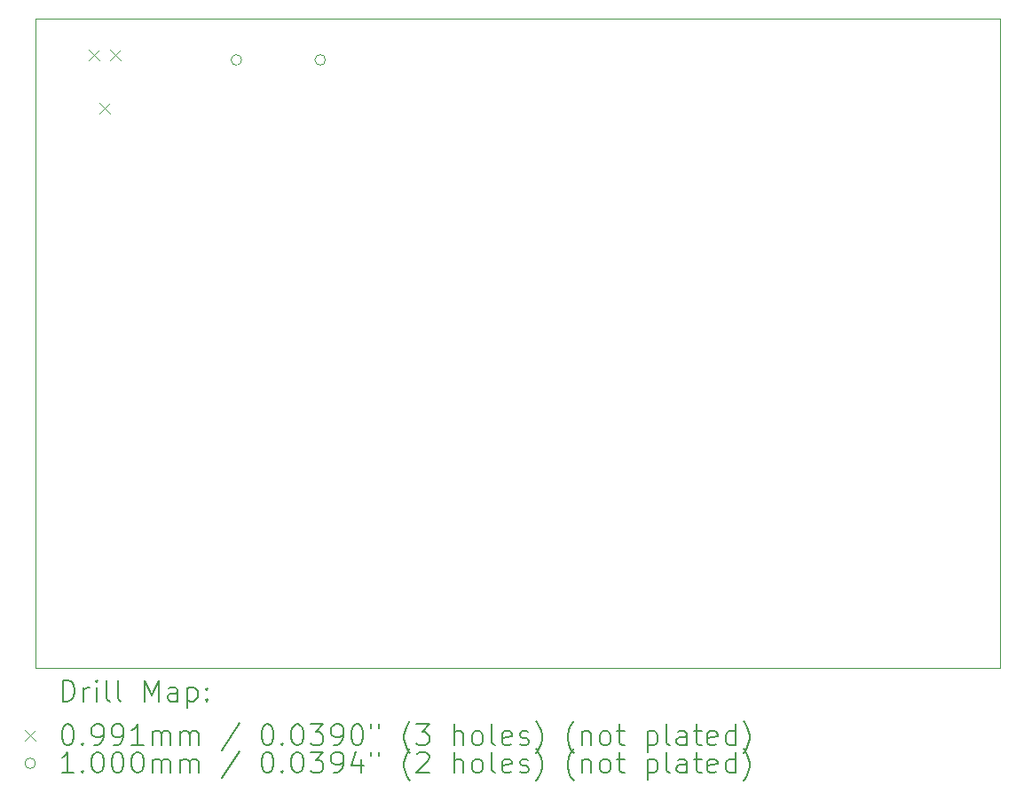
<source format=gbr>
%TF.GenerationSoftware,KiCad,Pcbnew,8.0.4*%
%TF.CreationDate,2024-08-22T20:54:47+02:00*%
%TF.ProjectId,Controller,436f6e74-726f-46c6-9c65-722e6b696361,v0*%
%TF.SameCoordinates,Original*%
%TF.FileFunction,Drillmap*%
%TF.FilePolarity,Positive*%
%FSLAX45Y45*%
G04 Gerber Fmt 4.5, Leading zero omitted, Abs format (unit mm)*
G04 Created by KiCad (PCBNEW 8.0.4) date 2024-08-22 20:54:47*
%MOMM*%
%LPD*%
G01*
G04 APERTURE LIST*
%ADD10C,0.050000*%
%ADD11C,0.200000*%
%ADD12C,0.100000*%
G04 APERTURE END LIST*
D10*
X15800000Y-5000000D02*
X25000000Y-5000000D01*
X25000000Y-11200000D01*
X15800000Y-11200000D01*
X15800000Y-5000000D01*
D11*
D12*
X16305370Y-5296470D02*
X16404430Y-5395530D01*
X16404430Y-5296470D02*
X16305370Y-5395530D01*
X16406970Y-5804470D02*
X16506030Y-5903530D01*
X16506030Y-5804470D02*
X16406970Y-5903530D01*
X16508570Y-5296470D02*
X16607630Y-5395530D01*
X16607630Y-5296470D02*
X16508570Y-5395530D01*
X17765000Y-5392500D02*
G75*
G02*
X17665000Y-5392500I-50000J0D01*
G01*
X17665000Y-5392500D02*
G75*
G02*
X17765000Y-5392500I50000J0D01*
G01*
X18565000Y-5392500D02*
G75*
G02*
X18465000Y-5392500I-50000J0D01*
G01*
X18465000Y-5392500D02*
G75*
G02*
X18565000Y-5392500I50000J0D01*
G01*
D11*
X16058277Y-11513984D02*
X16058277Y-11313984D01*
X16058277Y-11313984D02*
X16105896Y-11313984D01*
X16105896Y-11313984D02*
X16134467Y-11323508D01*
X16134467Y-11323508D02*
X16153515Y-11342555D01*
X16153515Y-11342555D02*
X16163039Y-11361603D01*
X16163039Y-11361603D02*
X16172562Y-11399698D01*
X16172562Y-11399698D02*
X16172562Y-11428269D01*
X16172562Y-11428269D02*
X16163039Y-11466365D01*
X16163039Y-11466365D02*
X16153515Y-11485412D01*
X16153515Y-11485412D02*
X16134467Y-11504460D01*
X16134467Y-11504460D02*
X16105896Y-11513984D01*
X16105896Y-11513984D02*
X16058277Y-11513984D01*
X16258277Y-11513984D02*
X16258277Y-11380650D01*
X16258277Y-11418746D02*
X16267801Y-11399698D01*
X16267801Y-11399698D02*
X16277324Y-11390174D01*
X16277324Y-11390174D02*
X16296372Y-11380650D01*
X16296372Y-11380650D02*
X16315420Y-11380650D01*
X16382086Y-11513984D02*
X16382086Y-11380650D01*
X16382086Y-11313984D02*
X16372562Y-11323508D01*
X16372562Y-11323508D02*
X16382086Y-11333031D01*
X16382086Y-11333031D02*
X16391610Y-11323508D01*
X16391610Y-11323508D02*
X16382086Y-11313984D01*
X16382086Y-11313984D02*
X16382086Y-11333031D01*
X16505896Y-11513984D02*
X16486848Y-11504460D01*
X16486848Y-11504460D02*
X16477324Y-11485412D01*
X16477324Y-11485412D02*
X16477324Y-11313984D01*
X16610658Y-11513984D02*
X16591610Y-11504460D01*
X16591610Y-11504460D02*
X16582086Y-11485412D01*
X16582086Y-11485412D02*
X16582086Y-11313984D01*
X16839229Y-11513984D02*
X16839229Y-11313984D01*
X16839229Y-11313984D02*
X16905896Y-11456841D01*
X16905896Y-11456841D02*
X16972563Y-11313984D01*
X16972563Y-11313984D02*
X16972563Y-11513984D01*
X17153515Y-11513984D02*
X17153515Y-11409222D01*
X17153515Y-11409222D02*
X17143991Y-11390174D01*
X17143991Y-11390174D02*
X17124944Y-11380650D01*
X17124944Y-11380650D02*
X17086848Y-11380650D01*
X17086848Y-11380650D02*
X17067801Y-11390174D01*
X17153515Y-11504460D02*
X17134467Y-11513984D01*
X17134467Y-11513984D02*
X17086848Y-11513984D01*
X17086848Y-11513984D02*
X17067801Y-11504460D01*
X17067801Y-11504460D02*
X17058277Y-11485412D01*
X17058277Y-11485412D02*
X17058277Y-11466365D01*
X17058277Y-11466365D02*
X17067801Y-11447317D01*
X17067801Y-11447317D02*
X17086848Y-11437793D01*
X17086848Y-11437793D02*
X17134467Y-11437793D01*
X17134467Y-11437793D02*
X17153515Y-11428269D01*
X17248753Y-11380650D02*
X17248753Y-11580650D01*
X17248753Y-11390174D02*
X17267801Y-11380650D01*
X17267801Y-11380650D02*
X17305896Y-11380650D01*
X17305896Y-11380650D02*
X17324944Y-11390174D01*
X17324944Y-11390174D02*
X17334467Y-11399698D01*
X17334467Y-11399698D02*
X17343991Y-11418746D01*
X17343991Y-11418746D02*
X17343991Y-11475888D01*
X17343991Y-11475888D02*
X17334467Y-11494936D01*
X17334467Y-11494936D02*
X17324944Y-11504460D01*
X17324944Y-11504460D02*
X17305896Y-11513984D01*
X17305896Y-11513984D02*
X17267801Y-11513984D01*
X17267801Y-11513984D02*
X17248753Y-11504460D01*
X17429705Y-11494936D02*
X17439229Y-11504460D01*
X17439229Y-11504460D02*
X17429705Y-11513984D01*
X17429705Y-11513984D02*
X17420182Y-11504460D01*
X17420182Y-11504460D02*
X17429705Y-11494936D01*
X17429705Y-11494936D02*
X17429705Y-11513984D01*
X17429705Y-11390174D02*
X17439229Y-11399698D01*
X17439229Y-11399698D02*
X17429705Y-11409222D01*
X17429705Y-11409222D02*
X17420182Y-11399698D01*
X17420182Y-11399698D02*
X17429705Y-11390174D01*
X17429705Y-11390174D02*
X17429705Y-11409222D01*
D12*
X15698440Y-11792970D02*
X15797500Y-11892030D01*
X15797500Y-11792970D02*
X15698440Y-11892030D01*
D11*
X16096372Y-11733984D02*
X16115420Y-11733984D01*
X16115420Y-11733984D02*
X16134467Y-11743508D01*
X16134467Y-11743508D02*
X16143991Y-11753031D01*
X16143991Y-11753031D02*
X16153515Y-11772079D01*
X16153515Y-11772079D02*
X16163039Y-11810174D01*
X16163039Y-11810174D02*
X16163039Y-11857793D01*
X16163039Y-11857793D02*
X16153515Y-11895888D01*
X16153515Y-11895888D02*
X16143991Y-11914936D01*
X16143991Y-11914936D02*
X16134467Y-11924460D01*
X16134467Y-11924460D02*
X16115420Y-11933984D01*
X16115420Y-11933984D02*
X16096372Y-11933984D01*
X16096372Y-11933984D02*
X16077324Y-11924460D01*
X16077324Y-11924460D02*
X16067801Y-11914936D01*
X16067801Y-11914936D02*
X16058277Y-11895888D01*
X16058277Y-11895888D02*
X16048753Y-11857793D01*
X16048753Y-11857793D02*
X16048753Y-11810174D01*
X16048753Y-11810174D02*
X16058277Y-11772079D01*
X16058277Y-11772079D02*
X16067801Y-11753031D01*
X16067801Y-11753031D02*
X16077324Y-11743508D01*
X16077324Y-11743508D02*
X16096372Y-11733984D01*
X16248753Y-11914936D02*
X16258277Y-11924460D01*
X16258277Y-11924460D02*
X16248753Y-11933984D01*
X16248753Y-11933984D02*
X16239229Y-11924460D01*
X16239229Y-11924460D02*
X16248753Y-11914936D01*
X16248753Y-11914936D02*
X16248753Y-11933984D01*
X16353515Y-11933984D02*
X16391610Y-11933984D01*
X16391610Y-11933984D02*
X16410658Y-11924460D01*
X16410658Y-11924460D02*
X16420182Y-11914936D01*
X16420182Y-11914936D02*
X16439229Y-11886365D01*
X16439229Y-11886365D02*
X16448753Y-11848269D01*
X16448753Y-11848269D02*
X16448753Y-11772079D01*
X16448753Y-11772079D02*
X16439229Y-11753031D01*
X16439229Y-11753031D02*
X16429705Y-11743508D01*
X16429705Y-11743508D02*
X16410658Y-11733984D01*
X16410658Y-11733984D02*
X16372562Y-11733984D01*
X16372562Y-11733984D02*
X16353515Y-11743508D01*
X16353515Y-11743508D02*
X16343991Y-11753031D01*
X16343991Y-11753031D02*
X16334467Y-11772079D01*
X16334467Y-11772079D02*
X16334467Y-11819698D01*
X16334467Y-11819698D02*
X16343991Y-11838746D01*
X16343991Y-11838746D02*
X16353515Y-11848269D01*
X16353515Y-11848269D02*
X16372562Y-11857793D01*
X16372562Y-11857793D02*
X16410658Y-11857793D01*
X16410658Y-11857793D02*
X16429705Y-11848269D01*
X16429705Y-11848269D02*
X16439229Y-11838746D01*
X16439229Y-11838746D02*
X16448753Y-11819698D01*
X16543991Y-11933984D02*
X16582086Y-11933984D01*
X16582086Y-11933984D02*
X16601134Y-11924460D01*
X16601134Y-11924460D02*
X16610658Y-11914936D01*
X16610658Y-11914936D02*
X16629705Y-11886365D01*
X16629705Y-11886365D02*
X16639229Y-11848269D01*
X16639229Y-11848269D02*
X16639229Y-11772079D01*
X16639229Y-11772079D02*
X16629705Y-11753031D01*
X16629705Y-11753031D02*
X16620182Y-11743508D01*
X16620182Y-11743508D02*
X16601134Y-11733984D01*
X16601134Y-11733984D02*
X16563039Y-11733984D01*
X16563039Y-11733984D02*
X16543991Y-11743508D01*
X16543991Y-11743508D02*
X16534467Y-11753031D01*
X16534467Y-11753031D02*
X16524943Y-11772079D01*
X16524943Y-11772079D02*
X16524943Y-11819698D01*
X16524943Y-11819698D02*
X16534467Y-11838746D01*
X16534467Y-11838746D02*
X16543991Y-11848269D01*
X16543991Y-11848269D02*
X16563039Y-11857793D01*
X16563039Y-11857793D02*
X16601134Y-11857793D01*
X16601134Y-11857793D02*
X16620182Y-11848269D01*
X16620182Y-11848269D02*
X16629705Y-11838746D01*
X16629705Y-11838746D02*
X16639229Y-11819698D01*
X16829705Y-11933984D02*
X16715420Y-11933984D01*
X16772562Y-11933984D02*
X16772562Y-11733984D01*
X16772562Y-11733984D02*
X16753515Y-11762555D01*
X16753515Y-11762555D02*
X16734467Y-11781603D01*
X16734467Y-11781603D02*
X16715420Y-11791127D01*
X16915420Y-11933984D02*
X16915420Y-11800650D01*
X16915420Y-11819698D02*
X16924944Y-11810174D01*
X16924944Y-11810174D02*
X16943991Y-11800650D01*
X16943991Y-11800650D02*
X16972563Y-11800650D01*
X16972563Y-11800650D02*
X16991610Y-11810174D01*
X16991610Y-11810174D02*
X17001134Y-11829222D01*
X17001134Y-11829222D02*
X17001134Y-11933984D01*
X17001134Y-11829222D02*
X17010658Y-11810174D01*
X17010658Y-11810174D02*
X17029705Y-11800650D01*
X17029705Y-11800650D02*
X17058277Y-11800650D01*
X17058277Y-11800650D02*
X17077325Y-11810174D01*
X17077325Y-11810174D02*
X17086848Y-11829222D01*
X17086848Y-11829222D02*
X17086848Y-11933984D01*
X17182086Y-11933984D02*
X17182086Y-11800650D01*
X17182086Y-11819698D02*
X17191610Y-11810174D01*
X17191610Y-11810174D02*
X17210658Y-11800650D01*
X17210658Y-11800650D02*
X17239229Y-11800650D01*
X17239229Y-11800650D02*
X17258277Y-11810174D01*
X17258277Y-11810174D02*
X17267801Y-11829222D01*
X17267801Y-11829222D02*
X17267801Y-11933984D01*
X17267801Y-11829222D02*
X17277325Y-11810174D01*
X17277325Y-11810174D02*
X17296372Y-11800650D01*
X17296372Y-11800650D02*
X17324944Y-11800650D01*
X17324944Y-11800650D02*
X17343991Y-11810174D01*
X17343991Y-11810174D02*
X17353515Y-11829222D01*
X17353515Y-11829222D02*
X17353515Y-11933984D01*
X17743991Y-11724460D02*
X17572563Y-11981603D01*
X18001134Y-11733984D02*
X18020182Y-11733984D01*
X18020182Y-11733984D02*
X18039229Y-11743508D01*
X18039229Y-11743508D02*
X18048753Y-11753031D01*
X18048753Y-11753031D02*
X18058277Y-11772079D01*
X18058277Y-11772079D02*
X18067801Y-11810174D01*
X18067801Y-11810174D02*
X18067801Y-11857793D01*
X18067801Y-11857793D02*
X18058277Y-11895888D01*
X18058277Y-11895888D02*
X18048753Y-11914936D01*
X18048753Y-11914936D02*
X18039229Y-11924460D01*
X18039229Y-11924460D02*
X18020182Y-11933984D01*
X18020182Y-11933984D02*
X18001134Y-11933984D01*
X18001134Y-11933984D02*
X17982087Y-11924460D01*
X17982087Y-11924460D02*
X17972563Y-11914936D01*
X17972563Y-11914936D02*
X17963039Y-11895888D01*
X17963039Y-11895888D02*
X17953515Y-11857793D01*
X17953515Y-11857793D02*
X17953515Y-11810174D01*
X17953515Y-11810174D02*
X17963039Y-11772079D01*
X17963039Y-11772079D02*
X17972563Y-11753031D01*
X17972563Y-11753031D02*
X17982087Y-11743508D01*
X17982087Y-11743508D02*
X18001134Y-11733984D01*
X18153515Y-11914936D02*
X18163039Y-11924460D01*
X18163039Y-11924460D02*
X18153515Y-11933984D01*
X18153515Y-11933984D02*
X18143991Y-11924460D01*
X18143991Y-11924460D02*
X18153515Y-11914936D01*
X18153515Y-11914936D02*
X18153515Y-11933984D01*
X18286848Y-11733984D02*
X18305896Y-11733984D01*
X18305896Y-11733984D02*
X18324944Y-11743508D01*
X18324944Y-11743508D02*
X18334468Y-11753031D01*
X18334468Y-11753031D02*
X18343991Y-11772079D01*
X18343991Y-11772079D02*
X18353515Y-11810174D01*
X18353515Y-11810174D02*
X18353515Y-11857793D01*
X18353515Y-11857793D02*
X18343991Y-11895888D01*
X18343991Y-11895888D02*
X18334468Y-11914936D01*
X18334468Y-11914936D02*
X18324944Y-11924460D01*
X18324944Y-11924460D02*
X18305896Y-11933984D01*
X18305896Y-11933984D02*
X18286848Y-11933984D01*
X18286848Y-11933984D02*
X18267801Y-11924460D01*
X18267801Y-11924460D02*
X18258277Y-11914936D01*
X18258277Y-11914936D02*
X18248753Y-11895888D01*
X18248753Y-11895888D02*
X18239229Y-11857793D01*
X18239229Y-11857793D02*
X18239229Y-11810174D01*
X18239229Y-11810174D02*
X18248753Y-11772079D01*
X18248753Y-11772079D02*
X18258277Y-11753031D01*
X18258277Y-11753031D02*
X18267801Y-11743508D01*
X18267801Y-11743508D02*
X18286848Y-11733984D01*
X18420182Y-11733984D02*
X18543991Y-11733984D01*
X18543991Y-11733984D02*
X18477325Y-11810174D01*
X18477325Y-11810174D02*
X18505896Y-11810174D01*
X18505896Y-11810174D02*
X18524944Y-11819698D01*
X18524944Y-11819698D02*
X18534468Y-11829222D01*
X18534468Y-11829222D02*
X18543991Y-11848269D01*
X18543991Y-11848269D02*
X18543991Y-11895888D01*
X18543991Y-11895888D02*
X18534468Y-11914936D01*
X18534468Y-11914936D02*
X18524944Y-11924460D01*
X18524944Y-11924460D02*
X18505896Y-11933984D01*
X18505896Y-11933984D02*
X18448753Y-11933984D01*
X18448753Y-11933984D02*
X18429706Y-11924460D01*
X18429706Y-11924460D02*
X18420182Y-11914936D01*
X18639229Y-11933984D02*
X18677325Y-11933984D01*
X18677325Y-11933984D02*
X18696372Y-11924460D01*
X18696372Y-11924460D02*
X18705896Y-11914936D01*
X18705896Y-11914936D02*
X18724944Y-11886365D01*
X18724944Y-11886365D02*
X18734468Y-11848269D01*
X18734468Y-11848269D02*
X18734468Y-11772079D01*
X18734468Y-11772079D02*
X18724944Y-11753031D01*
X18724944Y-11753031D02*
X18715420Y-11743508D01*
X18715420Y-11743508D02*
X18696372Y-11733984D01*
X18696372Y-11733984D02*
X18658277Y-11733984D01*
X18658277Y-11733984D02*
X18639229Y-11743508D01*
X18639229Y-11743508D02*
X18629706Y-11753031D01*
X18629706Y-11753031D02*
X18620182Y-11772079D01*
X18620182Y-11772079D02*
X18620182Y-11819698D01*
X18620182Y-11819698D02*
X18629706Y-11838746D01*
X18629706Y-11838746D02*
X18639229Y-11848269D01*
X18639229Y-11848269D02*
X18658277Y-11857793D01*
X18658277Y-11857793D02*
X18696372Y-11857793D01*
X18696372Y-11857793D02*
X18715420Y-11848269D01*
X18715420Y-11848269D02*
X18724944Y-11838746D01*
X18724944Y-11838746D02*
X18734468Y-11819698D01*
X18858277Y-11733984D02*
X18877325Y-11733984D01*
X18877325Y-11733984D02*
X18896372Y-11743508D01*
X18896372Y-11743508D02*
X18905896Y-11753031D01*
X18905896Y-11753031D02*
X18915420Y-11772079D01*
X18915420Y-11772079D02*
X18924944Y-11810174D01*
X18924944Y-11810174D02*
X18924944Y-11857793D01*
X18924944Y-11857793D02*
X18915420Y-11895888D01*
X18915420Y-11895888D02*
X18905896Y-11914936D01*
X18905896Y-11914936D02*
X18896372Y-11924460D01*
X18896372Y-11924460D02*
X18877325Y-11933984D01*
X18877325Y-11933984D02*
X18858277Y-11933984D01*
X18858277Y-11933984D02*
X18839229Y-11924460D01*
X18839229Y-11924460D02*
X18829706Y-11914936D01*
X18829706Y-11914936D02*
X18820182Y-11895888D01*
X18820182Y-11895888D02*
X18810658Y-11857793D01*
X18810658Y-11857793D02*
X18810658Y-11810174D01*
X18810658Y-11810174D02*
X18820182Y-11772079D01*
X18820182Y-11772079D02*
X18829706Y-11753031D01*
X18829706Y-11753031D02*
X18839229Y-11743508D01*
X18839229Y-11743508D02*
X18858277Y-11733984D01*
X19001134Y-11733984D02*
X19001134Y-11772079D01*
X19077325Y-11733984D02*
X19077325Y-11772079D01*
X19372563Y-12010174D02*
X19363039Y-12000650D01*
X19363039Y-12000650D02*
X19343991Y-11972079D01*
X19343991Y-11972079D02*
X19334468Y-11953031D01*
X19334468Y-11953031D02*
X19324944Y-11924460D01*
X19324944Y-11924460D02*
X19315420Y-11876841D01*
X19315420Y-11876841D02*
X19315420Y-11838746D01*
X19315420Y-11838746D02*
X19324944Y-11791127D01*
X19324944Y-11791127D02*
X19334468Y-11762555D01*
X19334468Y-11762555D02*
X19343991Y-11743508D01*
X19343991Y-11743508D02*
X19363039Y-11714936D01*
X19363039Y-11714936D02*
X19372563Y-11705412D01*
X19429706Y-11733984D02*
X19553515Y-11733984D01*
X19553515Y-11733984D02*
X19486849Y-11810174D01*
X19486849Y-11810174D02*
X19515420Y-11810174D01*
X19515420Y-11810174D02*
X19534468Y-11819698D01*
X19534468Y-11819698D02*
X19543991Y-11829222D01*
X19543991Y-11829222D02*
X19553515Y-11848269D01*
X19553515Y-11848269D02*
X19553515Y-11895888D01*
X19553515Y-11895888D02*
X19543991Y-11914936D01*
X19543991Y-11914936D02*
X19534468Y-11924460D01*
X19534468Y-11924460D02*
X19515420Y-11933984D01*
X19515420Y-11933984D02*
X19458277Y-11933984D01*
X19458277Y-11933984D02*
X19439230Y-11924460D01*
X19439230Y-11924460D02*
X19429706Y-11914936D01*
X19791611Y-11933984D02*
X19791611Y-11733984D01*
X19877325Y-11933984D02*
X19877325Y-11829222D01*
X19877325Y-11829222D02*
X19867801Y-11810174D01*
X19867801Y-11810174D02*
X19848753Y-11800650D01*
X19848753Y-11800650D02*
X19820182Y-11800650D01*
X19820182Y-11800650D02*
X19801134Y-11810174D01*
X19801134Y-11810174D02*
X19791611Y-11819698D01*
X20001134Y-11933984D02*
X19982087Y-11924460D01*
X19982087Y-11924460D02*
X19972563Y-11914936D01*
X19972563Y-11914936D02*
X19963039Y-11895888D01*
X19963039Y-11895888D02*
X19963039Y-11838746D01*
X19963039Y-11838746D02*
X19972563Y-11819698D01*
X19972563Y-11819698D02*
X19982087Y-11810174D01*
X19982087Y-11810174D02*
X20001134Y-11800650D01*
X20001134Y-11800650D02*
X20029706Y-11800650D01*
X20029706Y-11800650D02*
X20048753Y-11810174D01*
X20048753Y-11810174D02*
X20058277Y-11819698D01*
X20058277Y-11819698D02*
X20067801Y-11838746D01*
X20067801Y-11838746D02*
X20067801Y-11895888D01*
X20067801Y-11895888D02*
X20058277Y-11914936D01*
X20058277Y-11914936D02*
X20048753Y-11924460D01*
X20048753Y-11924460D02*
X20029706Y-11933984D01*
X20029706Y-11933984D02*
X20001134Y-11933984D01*
X20182087Y-11933984D02*
X20163039Y-11924460D01*
X20163039Y-11924460D02*
X20153515Y-11905412D01*
X20153515Y-11905412D02*
X20153515Y-11733984D01*
X20334468Y-11924460D02*
X20315420Y-11933984D01*
X20315420Y-11933984D02*
X20277325Y-11933984D01*
X20277325Y-11933984D02*
X20258277Y-11924460D01*
X20258277Y-11924460D02*
X20248753Y-11905412D01*
X20248753Y-11905412D02*
X20248753Y-11829222D01*
X20248753Y-11829222D02*
X20258277Y-11810174D01*
X20258277Y-11810174D02*
X20277325Y-11800650D01*
X20277325Y-11800650D02*
X20315420Y-11800650D01*
X20315420Y-11800650D02*
X20334468Y-11810174D01*
X20334468Y-11810174D02*
X20343992Y-11829222D01*
X20343992Y-11829222D02*
X20343992Y-11848269D01*
X20343992Y-11848269D02*
X20248753Y-11867317D01*
X20420182Y-11924460D02*
X20439230Y-11933984D01*
X20439230Y-11933984D02*
X20477325Y-11933984D01*
X20477325Y-11933984D02*
X20496373Y-11924460D01*
X20496373Y-11924460D02*
X20505896Y-11905412D01*
X20505896Y-11905412D02*
X20505896Y-11895888D01*
X20505896Y-11895888D02*
X20496373Y-11876841D01*
X20496373Y-11876841D02*
X20477325Y-11867317D01*
X20477325Y-11867317D02*
X20448753Y-11867317D01*
X20448753Y-11867317D02*
X20429706Y-11857793D01*
X20429706Y-11857793D02*
X20420182Y-11838746D01*
X20420182Y-11838746D02*
X20420182Y-11829222D01*
X20420182Y-11829222D02*
X20429706Y-11810174D01*
X20429706Y-11810174D02*
X20448753Y-11800650D01*
X20448753Y-11800650D02*
X20477325Y-11800650D01*
X20477325Y-11800650D02*
X20496373Y-11810174D01*
X20572563Y-12010174D02*
X20582087Y-12000650D01*
X20582087Y-12000650D02*
X20601134Y-11972079D01*
X20601134Y-11972079D02*
X20610658Y-11953031D01*
X20610658Y-11953031D02*
X20620182Y-11924460D01*
X20620182Y-11924460D02*
X20629706Y-11876841D01*
X20629706Y-11876841D02*
X20629706Y-11838746D01*
X20629706Y-11838746D02*
X20620182Y-11791127D01*
X20620182Y-11791127D02*
X20610658Y-11762555D01*
X20610658Y-11762555D02*
X20601134Y-11743508D01*
X20601134Y-11743508D02*
X20582087Y-11714936D01*
X20582087Y-11714936D02*
X20572563Y-11705412D01*
X20934468Y-12010174D02*
X20924944Y-12000650D01*
X20924944Y-12000650D02*
X20905896Y-11972079D01*
X20905896Y-11972079D02*
X20896373Y-11953031D01*
X20896373Y-11953031D02*
X20886849Y-11924460D01*
X20886849Y-11924460D02*
X20877325Y-11876841D01*
X20877325Y-11876841D02*
X20877325Y-11838746D01*
X20877325Y-11838746D02*
X20886849Y-11791127D01*
X20886849Y-11791127D02*
X20896373Y-11762555D01*
X20896373Y-11762555D02*
X20905896Y-11743508D01*
X20905896Y-11743508D02*
X20924944Y-11714936D01*
X20924944Y-11714936D02*
X20934468Y-11705412D01*
X21010658Y-11800650D02*
X21010658Y-11933984D01*
X21010658Y-11819698D02*
X21020182Y-11810174D01*
X21020182Y-11810174D02*
X21039230Y-11800650D01*
X21039230Y-11800650D02*
X21067801Y-11800650D01*
X21067801Y-11800650D02*
X21086849Y-11810174D01*
X21086849Y-11810174D02*
X21096373Y-11829222D01*
X21096373Y-11829222D02*
X21096373Y-11933984D01*
X21220182Y-11933984D02*
X21201134Y-11924460D01*
X21201134Y-11924460D02*
X21191611Y-11914936D01*
X21191611Y-11914936D02*
X21182087Y-11895888D01*
X21182087Y-11895888D02*
X21182087Y-11838746D01*
X21182087Y-11838746D02*
X21191611Y-11819698D01*
X21191611Y-11819698D02*
X21201134Y-11810174D01*
X21201134Y-11810174D02*
X21220182Y-11800650D01*
X21220182Y-11800650D02*
X21248754Y-11800650D01*
X21248754Y-11800650D02*
X21267801Y-11810174D01*
X21267801Y-11810174D02*
X21277325Y-11819698D01*
X21277325Y-11819698D02*
X21286849Y-11838746D01*
X21286849Y-11838746D02*
X21286849Y-11895888D01*
X21286849Y-11895888D02*
X21277325Y-11914936D01*
X21277325Y-11914936D02*
X21267801Y-11924460D01*
X21267801Y-11924460D02*
X21248754Y-11933984D01*
X21248754Y-11933984D02*
X21220182Y-11933984D01*
X21343992Y-11800650D02*
X21420182Y-11800650D01*
X21372563Y-11733984D02*
X21372563Y-11905412D01*
X21372563Y-11905412D02*
X21382087Y-11924460D01*
X21382087Y-11924460D02*
X21401134Y-11933984D01*
X21401134Y-11933984D02*
X21420182Y-11933984D01*
X21639230Y-11800650D02*
X21639230Y-12000650D01*
X21639230Y-11810174D02*
X21658277Y-11800650D01*
X21658277Y-11800650D02*
X21696373Y-11800650D01*
X21696373Y-11800650D02*
X21715420Y-11810174D01*
X21715420Y-11810174D02*
X21724944Y-11819698D01*
X21724944Y-11819698D02*
X21734468Y-11838746D01*
X21734468Y-11838746D02*
X21734468Y-11895888D01*
X21734468Y-11895888D02*
X21724944Y-11914936D01*
X21724944Y-11914936D02*
X21715420Y-11924460D01*
X21715420Y-11924460D02*
X21696373Y-11933984D01*
X21696373Y-11933984D02*
X21658277Y-11933984D01*
X21658277Y-11933984D02*
X21639230Y-11924460D01*
X21848754Y-11933984D02*
X21829706Y-11924460D01*
X21829706Y-11924460D02*
X21820182Y-11905412D01*
X21820182Y-11905412D02*
X21820182Y-11733984D01*
X22010658Y-11933984D02*
X22010658Y-11829222D01*
X22010658Y-11829222D02*
X22001135Y-11810174D01*
X22001135Y-11810174D02*
X21982087Y-11800650D01*
X21982087Y-11800650D02*
X21943992Y-11800650D01*
X21943992Y-11800650D02*
X21924944Y-11810174D01*
X22010658Y-11924460D02*
X21991611Y-11933984D01*
X21991611Y-11933984D02*
X21943992Y-11933984D01*
X21943992Y-11933984D02*
X21924944Y-11924460D01*
X21924944Y-11924460D02*
X21915420Y-11905412D01*
X21915420Y-11905412D02*
X21915420Y-11886365D01*
X21915420Y-11886365D02*
X21924944Y-11867317D01*
X21924944Y-11867317D02*
X21943992Y-11857793D01*
X21943992Y-11857793D02*
X21991611Y-11857793D01*
X21991611Y-11857793D02*
X22010658Y-11848269D01*
X22077325Y-11800650D02*
X22153515Y-11800650D01*
X22105896Y-11733984D02*
X22105896Y-11905412D01*
X22105896Y-11905412D02*
X22115420Y-11924460D01*
X22115420Y-11924460D02*
X22134468Y-11933984D01*
X22134468Y-11933984D02*
X22153515Y-11933984D01*
X22296373Y-11924460D02*
X22277325Y-11933984D01*
X22277325Y-11933984D02*
X22239230Y-11933984D01*
X22239230Y-11933984D02*
X22220182Y-11924460D01*
X22220182Y-11924460D02*
X22210658Y-11905412D01*
X22210658Y-11905412D02*
X22210658Y-11829222D01*
X22210658Y-11829222D02*
X22220182Y-11810174D01*
X22220182Y-11810174D02*
X22239230Y-11800650D01*
X22239230Y-11800650D02*
X22277325Y-11800650D01*
X22277325Y-11800650D02*
X22296373Y-11810174D01*
X22296373Y-11810174D02*
X22305896Y-11829222D01*
X22305896Y-11829222D02*
X22305896Y-11848269D01*
X22305896Y-11848269D02*
X22210658Y-11867317D01*
X22477325Y-11933984D02*
X22477325Y-11733984D01*
X22477325Y-11924460D02*
X22458277Y-11933984D01*
X22458277Y-11933984D02*
X22420182Y-11933984D01*
X22420182Y-11933984D02*
X22401134Y-11924460D01*
X22401134Y-11924460D02*
X22391611Y-11914936D01*
X22391611Y-11914936D02*
X22382087Y-11895888D01*
X22382087Y-11895888D02*
X22382087Y-11838746D01*
X22382087Y-11838746D02*
X22391611Y-11819698D01*
X22391611Y-11819698D02*
X22401134Y-11810174D01*
X22401134Y-11810174D02*
X22420182Y-11800650D01*
X22420182Y-11800650D02*
X22458277Y-11800650D01*
X22458277Y-11800650D02*
X22477325Y-11810174D01*
X22553515Y-12010174D02*
X22563039Y-12000650D01*
X22563039Y-12000650D02*
X22582087Y-11972079D01*
X22582087Y-11972079D02*
X22591611Y-11953031D01*
X22591611Y-11953031D02*
X22601134Y-11924460D01*
X22601134Y-11924460D02*
X22610658Y-11876841D01*
X22610658Y-11876841D02*
X22610658Y-11838746D01*
X22610658Y-11838746D02*
X22601134Y-11791127D01*
X22601134Y-11791127D02*
X22591611Y-11762555D01*
X22591611Y-11762555D02*
X22582087Y-11743508D01*
X22582087Y-11743508D02*
X22563039Y-11714936D01*
X22563039Y-11714936D02*
X22553515Y-11705412D01*
D12*
X15797500Y-12106500D02*
G75*
G02*
X15697500Y-12106500I-50000J0D01*
G01*
X15697500Y-12106500D02*
G75*
G02*
X15797500Y-12106500I50000J0D01*
G01*
D11*
X16163039Y-12197984D02*
X16048753Y-12197984D01*
X16105896Y-12197984D02*
X16105896Y-11997984D01*
X16105896Y-11997984D02*
X16086848Y-12026555D01*
X16086848Y-12026555D02*
X16067801Y-12045603D01*
X16067801Y-12045603D02*
X16048753Y-12055127D01*
X16248753Y-12178936D02*
X16258277Y-12188460D01*
X16258277Y-12188460D02*
X16248753Y-12197984D01*
X16248753Y-12197984D02*
X16239229Y-12188460D01*
X16239229Y-12188460D02*
X16248753Y-12178936D01*
X16248753Y-12178936D02*
X16248753Y-12197984D01*
X16382086Y-11997984D02*
X16401134Y-11997984D01*
X16401134Y-11997984D02*
X16420182Y-12007508D01*
X16420182Y-12007508D02*
X16429705Y-12017031D01*
X16429705Y-12017031D02*
X16439229Y-12036079D01*
X16439229Y-12036079D02*
X16448753Y-12074174D01*
X16448753Y-12074174D02*
X16448753Y-12121793D01*
X16448753Y-12121793D02*
X16439229Y-12159888D01*
X16439229Y-12159888D02*
X16429705Y-12178936D01*
X16429705Y-12178936D02*
X16420182Y-12188460D01*
X16420182Y-12188460D02*
X16401134Y-12197984D01*
X16401134Y-12197984D02*
X16382086Y-12197984D01*
X16382086Y-12197984D02*
X16363039Y-12188460D01*
X16363039Y-12188460D02*
X16353515Y-12178936D01*
X16353515Y-12178936D02*
X16343991Y-12159888D01*
X16343991Y-12159888D02*
X16334467Y-12121793D01*
X16334467Y-12121793D02*
X16334467Y-12074174D01*
X16334467Y-12074174D02*
X16343991Y-12036079D01*
X16343991Y-12036079D02*
X16353515Y-12017031D01*
X16353515Y-12017031D02*
X16363039Y-12007508D01*
X16363039Y-12007508D02*
X16382086Y-11997984D01*
X16572562Y-11997984D02*
X16591610Y-11997984D01*
X16591610Y-11997984D02*
X16610658Y-12007508D01*
X16610658Y-12007508D02*
X16620182Y-12017031D01*
X16620182Y-12017031D02*
X16629705Y-12036079D01*
X16629705Y-12036079D02*
X16639229Y-12074174D01*
X16639229Y-12074174D02*
X16639229Y-12121793D01*
X16639229Y-12121793D02*
X16629705Y-12159888D01*
X16629705Y-12159888D02*
X16620182Y-12178936D01*
X16620182Y-12178936D02*
X16610658Y-12188460D01*
X16610658Y-12188460D02*
X16591610Y-12197984D01*
X16591610Y-12197984D02*
X16572562Y-12197984D01*
X16572562Y-12197984D02*
X16553515Y-12188460D01*
X16553515Y-12188460D02*
X16543991Y-12178936D01*
X16543991Y-12178936D02*
X16534467Y-12159888D01*
X16534467Y-12159888D02*
X16524943Y-12121793D01*
X16524943Y-12121793D02*
X16524943Y-12074174D01*
X16524943Y-12074174D02*
X16534467Y-12036079D01*
X16534467Y-12036079D02*
X16543991Y-12017031D01*
X16543991Y-12017031D02*
X16553515Y-12007508D01*
X16553515Y-12007508D02*
X16572562Y-11997984D01*
X16763039Y-11997984D02*
X16782086Y-11997984D01*
X16782086Y-11997984D02*
X16801134Y-12007508D01*
X16801134Y-12007508D02*
X16810658Y-12017031D01*
X16810658Y-12017031D02*
X16820182Y-12036079D01*
X16820182Y-12036079D02*
X16829705Y-12074174D01*
X16829705Y-12074174D02*
X16829705Y-12121793D01*
X16829705Y-12121793D02*
X16820182Y-12159888D01*
X16820182Y-12159888D02*
X16810658Y-12178936D01*
X16810658Y-12178936D02*
X16801134Y-12188460D01*
X16801134Y-12188460D02*
X16782086Y-12197984D01*
X16782086Y-12197984D02*
X16763039Y-12197984D01*
X16763039Y-12197984D02*
X16743991Y-12188460D01*
X16743991Y-12188460D02*
X16734467Y-12178936D01*
X16734467Y-12178936D02*
X16724943Y-12159888D01*
X16724943Y-12159888D02*
X16715420Y-12121793D01*
X16715420Y-12121793D02*
X16715420Y-12074174D01*
X16715420Y-12074174D02*
X16724943Y-12036079D01*
X16724943Y-12036079D02*
X16734467Y-12017031D01*
X16734467Y-12017031D02*
X16743991Y-12007508D01*
X16743991Y-12007508D02*
X16763039Y-11997984D01*
X16915420Y-12197984D02*
X16915420Y-12064650D01*
X16915420Y-12083698D02*
X16924944Y-12074174D01*
X16924944Y-12074174D02*
X16943991Y-12064650D01*
X16943991Y-12064650D02*
X16972563Y-12064650D01*
X16972563Y-12064650D02*
X16991610Y-12074174D01*
X16991610Y-12074174D02*
X17001134Y-12093222D01*
X17001134Y-12093222D02*
X17001134Y-12197984D01*
X17001134Y-12093222D02*
X17010658Y-12074174D01*
X17010658Y-12074174D02*
X17029705Y-12064650D01*
X17029705Y-12064650D02*
X17058277Y-12064650D01*
X17058277Y-12064650D02*
X17077325Y-12074174D01*
X17077325Y-12074174D02*
X17086848Y-12093222D01*
X17086848Y-12093222D02*
X17086848Y-12197984D01*
X17182086Y-12197984D02*
X17182086Y-12064650D01*
X17182086Y-12083698D02*
X17191610Y-12074174D01*
X17191610Y-12074174D02*
X17210658Y-12064650D01*
X17210658Y-12064650D02*
X17239229Y-12064650D01*
X17239229Y-12064650D02*
X17258277Y-12074174D01*
X17258277Y-12074174D02*
X17267801Y-12093222D01*
X17267801Y-12093222D02*
X17267801Y-12197984D01*
X17267801Y-12093222D02*
X17277325Y-12074174D01*
X17277325Y-12074174D02*
X17296372Y-12064650D01*
X17296372Y-12064650D02*
X17324944Y-12064650D01*
X17324944Y-12064650D02*
X17343991Y-12074174D01*
X17343991Y-12074174D02*
X17353515Y-12093222D01*
X17353515Y-12093222D02*
X17353515Y-12197984D01*
X17743991Y-11988460D02*
X17572563Y-12245603D01*
X18001134Y-11997984D02*
X18020182Y-11997984D01*
X18020182Y-11997984D02*
X18039229Y-12007508D01*
X18039229Y-12007508D02*
X18048753Y-12017031D01*
X18048753Y-12017031D02*
X18058277Y-12036079D01*
X18058277Y-12036079D02*
X18067801Y-12074174D01*
X18067801Y-12074174D02*
X18067801Y-12121793D01*
X18067801Y-12121793D02*
X18058277Y-12159888D01*
X18058277Y-12159888D02*
X18048753Y-12178936D01*
X18048753Y-12178936D02*
X18039229Y-12188460D01*
X18039229Y-12188460D02*
X18020182Y-12197984D01*
X18020182Y-12197984D02*
X18001134Y-12197984D01*
X18001134Y-12197984D02*
X17982087Y-12188460D01*
X17982087Y-12188460D02*
X17972563Y-12178936D01*
X17972563Y-12178936D02*
X17963039Y-12159888D01*
X17963039Y-12159888D02*
X17953515Y-12121793D01*
X17953515Y-12121793D02*
X17953515Y-12074174D01*
X17953515Y-12074174D02*
X17963039Y-12036079D01*
X17963039Y-12036079D02*
X17972563Y-12017031D01*
X17972563Y-12017031D02*
X17982087Y-12007508D01*
X17982087Y-12007508D02*
X18001134Y-11997984D01*
X18153515Y-12178936D02*
X18163039Y-12188460D01*
X18163039Y-12188460D02*
X18153515Y-12197984D01*
X18153515Y-12197984D02*
X18143991Y-12188460D01*
X18143991Y-12188460D02*
X18153515Y-12178936D01*
X18153515Y-12178936D02*
X18153515Y-12197984D01*
X18286848Y-11997984D02*
X18305896Y-11997984D01*
X18305896Y-11997984D02*
X18324944Y-12007508D01*
X18324944Y-12007508D02*
X18334468Y-12017031D01*
X18334468Y-12017031D02*
X18343991Y-12036079D01*
X18343991Y-12036079D02*
X18353515Y-12074174D01*
X18353515Y-12074174D02*
X18353515Y-12121793D01*
X18353515Y-12121793D02*
X18343991Y-12159888D01*
X18343991Y-12159888D02*
X18334468Y-12178936D01*
X18334468Y-12178936D02*
X18324944Y-12188460D01*
X18324944Y-12188460D02*
X18305896Y-12197984D01*
X18305896Y-12197984D02*
X18286848Y-12197984D01*
X18286848Y-12197984D02*
X18267801Y-12188460D01*
X18267801Y-12188460D02*
X18258277Y-12178936D01*
X18258277Y-12178936D02*
X18248753Y-12159888D01*
X18248753Y-12159888D02*
X18239229Y-12121793D01*
X18239229Y-12121793D02*
X18239229Y-12074174D01*
X18239229Y-12074174D02*
X18248753Y-12036079D01*
X18248753Y-12036079D02*
X18258277Y-12017031D01*
X18258277Y-12017031D02*
X18267801Y-12007508D01*
X18267801Y-12007508D02*
X18286848Y-11997984D01*
X18420182Y-11997984D02*
X18543991Y-11997984D01*
X18543991Y-11997984D02*
X18477325Y-12074174D01*
X18477325Y-12074174D02*
X18505896Y-12074174D01*
X18505896Y-12074174D02*
X18524944Y-12083698D01*
X18524944Y-12083698D02*
X18534468Y-12093222D01*
X18534468Y-12093222D02*
X18543991Y-12112269D01*
X18543991Y-12112269D02*
X18543991Y-12159888D01*
X18543991Y-12159888D02*
X18534468Y-12178936D01*
X18534468Y-12178936D02*
X18524944Y-12188460D01*
X18524944Y-12188460D02*
X18505896Y-12197984D01*
X18505896Y-12197984D02*
X18448753Y-12197984D01*
X18448753Y-12197984D02*
X18429706Y-12188460D01*
X18429706Y-12188460D02*
X18420182Y-12178936D01*
X18639229Y-12197984D02*
X18677325Y-12197984D01*
X18677325Y-12197984D02*
X18696372Y-12188460D01*
X18696372Y-12188460D02*
X18705896Y-12178936D01*
X18705896Y-12178936D02*
X18724944Y-12150365D01*
X18724944Y-12150365D02*
X18734468Y-12112269D01*
X18734468Y-12112269D02*
X18734468Y-12036079D01*
X18734468Y-12036079D02*
X18724944Y-12017031D01*
X18724944Y-12017031D02*
X18715420Y-12007508D01*
X18715420Y-12007508D02*
X18696372Y-11997984D01*
X18696372Y-11997984D02*
X18658277Y-11997984D01*
X18658277Y-11997984D02*
X18639229Y-12007508D01*
X18639229Y-12007508D02*
X18629706Y-12017031D01*
X18629706Y-12017031D02*
X18620182Y-12036079D01*
X18620182Y-12036079D02*
X18620182Y-12083698D01*
X18620182Y-12083698D02*
X18629706Y-12102746D01*
X18629706Y-12102746D02*
X18639229Y-12112269D01*
X18639229Y-12112269D02*
X18658277Y-12121793D01*
X18658277Y-12121793D02*
X18696372Y-12121793D01*
X18696372Y-12121793D02*
X18715420Y-12112269D01*
X18715420Y-12112269D02*
X18724944Y-12102746D01*
X18724944Y-12102746D02*
X18734468Y-12083698D01*
X18905896Y-12064650D02*
X18905896Y-12197984D01*
X18858277Y-11988460D02*
X18810658Y-12131317D01*
X18810658Y-12131317D02*
X18934468Y-12131317D01*
X19001134Y-11997984D02*
X19001134Y-12036079D01*
X19077325Y-11997984D02*
X19077325Y-12036079D01*
X19372563Y-12274174D02*
X19363039Y-12264650D01*
X19363039Y-12264650D02*
X19343991Y-12236079D01*
X19343991Y-12236079D02*
X19334468Y-12217031D01*
X19334468Y-12217031D02*
X19324944Y-12188460D01*
X19324944Y-12188460D02*
X19315420Y-12140841D01*
X19315420Y-12140841D02*
X19315420Y-12102746D01*
X19315420Y-12102746D02*
X19324944Y-12055127D01*
X19324944Y-12055127D02*
X19334468Y-12026555D01*
X19334468Y-12026555D02*
X19343991Y-12007508D01*
X19343991Y-12007508D02*
X19363039Y-11978936D01*
X19363039Y-11978936D02*
X19372563Y-11969412D01*
X19439230Y-12017031D02*
X19448753Y-12007508D01*
X19448753Y-12007508D02*
X19467801Y-11997984D01*
X19467801Y-11997984D02*
X19515420Y-11997984D01*
X19515420Y-11997984D02*
X19534468Y-12007508D01*
X19534468Y-12007508D02*
X19543991Y-12017031D01*
X19543991Y-12017031D02*
X19553515Y-12036079D01*
X19553515Y-12036079D02*
X19553515Y-12055127D01*
X19553515Y-12055127D02*
X19543991Y-12083698D01*
X19543991Y-12083698D02*
X19429706Y-12197984D01*
X19429706Y-12197984D02*
X19553515Y-12197984D01*
X19791611Y-12197984D02*
X19791611Y-11997984D01*
X19877325Y-12197984D02*
X19877325Y-12093222D01*
X19877325Y-12093222D02*
X19867801Y-12074174D01*
X19867801Y-12074174D02*
X19848753Y-12064650D01*
X19848753Y-12064650D02*
X19820182Y-12064650D01*
X19820182Y-12064650D02*
X19801134Y-12074174D01*
X19801134Y-12074174D02*
X19791611Y-12083698D01*
X20001134Y-12197984D02*
X19982087Y-12188460D01*
X19982087Y-12188460D02*
X19972563Y-12178936D01*
X19972563Y-12178936D02*
X19963039Y-12159888D01*
X19963039Y-12159888D02*
X19963039Y-12102746D01*
X19963039Y-12102746D02*
X19972563Y-12083698D01*
X19972563Y-12083698D02*
X19982087Y-12074174D01*
X19982087Y-12074174D02*
X20001134Y-12064650D01*
X20001134Y-12064650D02*
X20029706Y-12064650D01*
X20029706Y-12064650D02*
X20048753Y-12074174D01*
X20048753Y-12074174D02*
X20058277Y-12083698D01*
X20058277Y-12083698D02*
X20067801Y-12102746D01*
X20067801Y-12102746D02*
X20067801Y-12159888D01*
X20067801Y-12159888D02*
X20058277Y-12178936D01*
X20058277Y-12178936D02*
X20048753Y-12188460D01*
X20048753Y-12188460D02*
X20029706Y-12197984D01*
X20029706Y-12197984D02*
X20001134Y-12197984D01*
X20182087Y-12197984D02*
X20163039Y-12188460D01*
X20163039Y-12188460D02*
X20153515Y-12169412D01*
X20153515Y-12169412D02*
X20153515Y-11997984D01*
X20334468Y-12188460D02*
X20315420Y-12197984D01*
X20315420Y-12197984D02*
X20277325Y-12197984D01*
X20277325Y-12197984D02*
X20258277Y-12188460D01*
X20258277Y-12188460D02*
X20248753Y-12169412D01*
X20248753Y-12169412D02*
X20248753Y-12093222D01*
X20248753Y-12093222D02*
X20258277Y-12074174D01*
X20258277Y-12074174D02*
X20277325Y-12064650D01*
X20277325Y-12064650D02*
X20315420Y-12064650D01*
X20315420Y-12064650D02*
X20334468Y-12074174D01*
X20334468Y-12074174D02*
X20343992Y-12093222D01*
X20343992Y-12093222D02*
X20343992Y-12112269D01*
X20343992Y-12112269D02*
X20248753Y-12131317D01*
X20420182Y-12188460D02*
X20439230Y-12197984D01*
X20439230Y-12197984D02*
X20477325Y-12197984D01*
X20477325Y-12197984D02*
X20496373Y-12188460D01*
X20496373Y-12188460D02*
X20505896Y-12169412D01*
X20505896Y-12169412D02*
X20505896Y-12159888D01*
X20505896Y-12159888D02*
X20496373Y-12140841D01*
X20496373Y-12140841D02*
X20477325Y-12131317D01*
X20477325Y-12131317D02*
X20448753Y-12131317D01*
X20448753Y-12131317D02*
X20429706Y-12121793D01*
X20429706Y-12121793D02*
X20420182Y-12102746D01*
X20420182Y-12102746D02*
X20420182Y-12093222D01*
X20420182Y-12093222D02*
X20429706Y-12074174D01*
X20429706Y-12074174D02*
X20448753Y-12064650D01*
X20448753Y-12064650D02*
X20477325Y-12064650D01*
X20477325Y-12064650D02*
X20496373Y-12074174D01*
X20572563Y-12274174D02*
X20582087Y-12264650D01*
X20582087Y-12264650D02*
X20601134Y-12236079D01*
X20601134Y-12236079D02*
X20610658Y-12217031D01*
X20610658Y-12217031D02*
X20620182Y-12188460D01*
X20620182Y-12188460D02*
X20629706Y-12140841D01*
X20629706Y-12140841D02*
X20629706Y-12102746D01*
X20629706Y-12102746D02*
X20620182Y-12055127D01*
X20620182Y-12055127D02*
X20610658Y-12026555D01*
X20610658Y-12026555D02*
X20601134Y-12007508D01*
X20601134Y-12007508D02*
X20582087Y-11978936D01*
X20582087Y-11978936D02*
X20572563Y-11969412D01*
X20934468Y-12274174D02*
X20924944Y-12264650D01*
X20924944Y-12264650D02*
X20905896Y-12236079D01*
X20905896Y-12236079D02*
X20896373Y-12217031D01*
X20896373Y-12217031D02*
X20886849Y-12188460D01*
X20886849Y-12188460D02*
X20877325Y-12140841D01*
X20877325Y-12140841D02*
X20877325Y-12102746D01*
X20877325Y-12102746D02*
X20886849Y-12055127D01*
X20886849Y-12055127D02*
X20896373Y-12026555D01*
X20896373Y-12026555D02*
X20905896Y-12007508D01*
X20905896Y-12007508D02*
X20924944Y-11978936D01*
X20924944Y-11978936D02*
X20934468Y-11969412D01*
X21010658Y-12064650D02*
X21010658Y-12197984D01*
X21010658Y-12083698D02*
X21020182Y-12074174D01*
X21020182Y-12074174D02*
X21039230Y-12064650D01*
X21039230Y-12064650D02*
X21067801Y-12064650D01*
X21067801Y-12064650D02*
X21086849Y-12074174D01*
X21086849Y-12074174D02*
X21096373Y-12093222D01*
X21096373Y-12093222D02*
X21096373Y-12197984D01*
X21220182Y-12197984D02*
X21201134Y-12188460D01*
X21201134Y-12188460D02*
X21191611Y-12178936D01*
X21191611Y-12178936D02*
X21182087Y-12159888D01*
X21182087Y-12159888D02*
X21182087Y-12102746D01*
X21182087Y-12102746D02*
X21191611Y-12083698D01*
X21191611Y-12083698D02*
X21201134Y-12074174D01*
X21201134Y-12074174D02*
X21220182Y-12064650D01*
X21220182Y-12064650D02*
X21248754Y-12064650D01*
X21248754Y-12064650D02*
X21267801Y-12074174D01*
X21267801Y-12074174D02*
X21277325Y-12083698D01*
X21277325Y-12083698D02*
X21286849Y-12102746D01*
X21286849Y-12102746D02*
X21286849Y-12159888D01*
X21286849Y-12159888D02*
X21277325Y-12178936D01*
X21277325Y-12178936D02*
X21267801Y-12188460D01*
X21267801Y-12188460D02*
X21248754Y-12197984D01*
X21248754Y-12197984D02*
X21220182Y-12197984D01*
X21343992Y-12064650D02*
X21420182Y-12064650D01*
X21372563Y-11997984D02*
X21372563Y-12169412D01*
X21372563Y-12169412D02*
X21382087Y-12188460D01*
X21382087Y-12188460D02*
X21401134Y-12197984D01*
X21401134Y-12197984D02*
X21420182Y-12197984D01*
X21639230Y-12064650D02*
X21639230Y-12264650D01*
X21639230Y-12074174D02*
X21658277Y-12064650D01*
X21658277Y-12064650D02*
X21696373Y-12064650D01*
X21696373Y-12064650D02*
X21715420Y-12074174D01*
X21715420Y-12074174D02*
X21724944Y-12083698D01*
X21724944Y-12083698D02*
X21734468Y-12102746D01*
X21734468Y-12102746D02*
X21734468Y-12159888D01*
X21734468Y-12159888D02*
X21724944Y-12178936D01*
X21724944Y-12178936D02*
X21715420Y-12188460D01*
X21715420Y-12188460D02*
X21696373Y-12197984D01*
X21696373Y-12197984D02*
X21658277Y-12197984D01*
X21658277Y-12197984D02*
X21639230Y-12188460D01*
X21848754Y-12197984D02*
X21829706Y-12188460D01*
X21829706Y-12188460D02*
X21820182Y-12169412D01*
X21820182Y-12169412D02*
X21820182Y-11997984D01*
X22010658Y-12197984D02*
X22010658Y-12093222D01*
X22010658Y-12093222D02*
X22001135Y-12074174D01*
X22001135Y-12074174D02*
X21982087Y-12064650D01*
X21982087Y-12064650D02*
X21943992Y-12064650D01*
X21943992Y-12064650D02*
X21924944Y-12074174D01*
X22010658Y-12188460D02*
X21991611Y-12197984D01*
X21991611Y-12197984D02*
X21943992Y-12197984D01*
X21943992Y-12197984D02*
X21924944Y-12188460D01*
X21924944Y-12188460D02*
X21915420Y-12169412D01*
X21915420Y-12169412D02*
X21915420Y-12150365D01*
X21915420Y-12150365D02*
X21924944Y-12131317D01*
X21924944Y-12131317D02*
X21943992Y-12121793D01*
X21943992Y-12121793D02*
X21991611Y-12121793D01*
X21991611Y-12121793D02*
X22010658Y-12112269D01*
X22077325Y-12064650D02*
X22153515Y-12064650D01*
X22105896Y-11997984D02*
X22105896Y-12169412D01*
X22105896Y-12169412D02*
X22115420Y-12188460D01*
X22115420Y-12188460D02*
X22134468Y-12197984D01*
X22134468Y-12197984D02*
X22153515Y-12197984D01*
X22296373Y-12188460D02*
X22277325Y-12197984D01*
X22277325Y-12197984D02*
X22239230Y-12197984D01*
X22239230Y-12197984D02*
X22220182Y-12188460D01*
X22220182Y-12188460D02*
X22210658Y-12169412D01*
X22210658Y-12169412D02*
X22210658Y-12093222D01*
X22210658Y-12093222D02*
X22220182Y-12074174D01*
X22220182Y-12074174D02*
X22239230Y-12064650D01*
X22239230Y-12064650D02*
X22277325Y-12064650D01*
X22277325Y-12064650D02*
X22296373Y-12074174D01*
X22296373Y-12074174D02*
X22305896Y-12093222D01*
X22305896Y-12093222D02*
X22305896Y-12112269D01*
X22305896Y-12112269D02*
X22210658Y-12131317D01*
X22477325Y-12197984D02*
X22477325Y-11997984D01*
X22477325Y-12188460D02*
X22458277Y-12197984D01*
X22458277Y-12197984D02*
X22420182Y-12197984D01*
X22420182Y-12197984D02*
X22401134Y-12188460D01*
X22401134Y-12188460D02*
X22391611Y-12178936D01*
X22391611Y-12178936D02*
X22382087Y-12159888D01*
X22382087Y-12159888D02*
X22382087Y-12102746D01*
X22382087Y-12102746D02*
X22391611Y-12083698D01*
X22391611Y-12083698D02*
X22401134Y-12074174D01*
X22401134Y-12074174D02*
X22420182Y-12064650D01*
X22420182Y-12064650D02*
X22458277Y-12064650D01*
X22458277Y-12064650D02*
X22477325Y-12074174D01*
X22553515Y-12274174D02*
X22563039Y-12264650D01*
X22563039Y-12264650D02*
X22582087Y-12236079D01*
X22582087Y-12236079D02*
X22591611Y-12217031D01*
X22591611Y-12217031D02*
X22601134Y-12188460D01*
X22601134Y-12188460D02*
X22610658Y-12140841D01*
X22610658Y-12140841D02*
X22610658Y-12102746D01*
X22610658Y-12102746D02*
X22601134Y-12055127D01*
X22601134Y-12055127D02*
X22591611Y-12026555D01*
X22591611Y-12026555D02*
X22582087Y-12007508D01*
X22582087Y-12007508D02*
X22563039Y-11978936D01*
X22563039Y-11978936D02*
X22553515Y-11969412D01*
M02*

</source>
